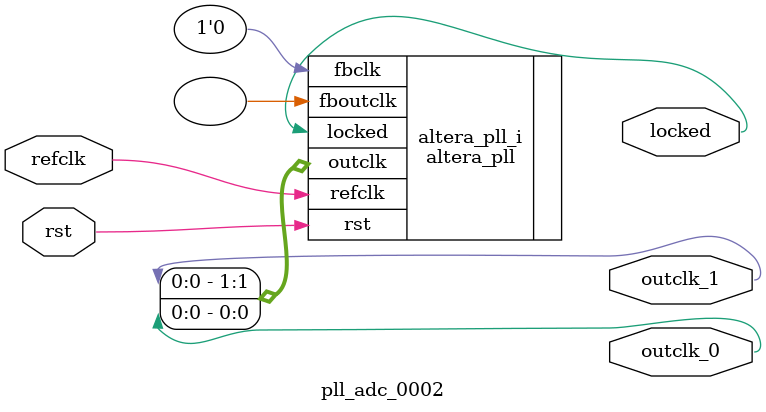
<source format=v>
`timescale 1ns/10ps
module  pll_adc_0002(

	// interface 'refclk'
	input wire refclk,

	// interface 'reset'
	input wire rst,

	// interface 'outclk0'
	output wire outclk_0,

	// interface 'outclk1'
	output wire outclk_1,

	// interface 'locked'
	output wire locked
);

	altera_pll #(
		.fractional_vco_multiplier("false"),
		.reference_clock_frequency("100.0 MHz"),
		.operation_mode("direct"),
		.number_of_clocks(2),
		.output_clock_frequency0("50.000000 MHz"),
		.phase_shift0("0 ps"),
		.duty_cycle0(50),
		.output_clock_frequency1("100.000000 MHz"),
		.phase_shift1("0 ps"),
		.duty_cycle1(50),
		.output_clock_frequency2("0 MHz"),
		.phase_shift2("0 ps"),
		.duty_cycle2(50),
		.output_clock_frequency3("0 MHz"),
		.phase_shift3("0 ps"),
		.duty_cycle3(50),
		.output_clock_frequency4("0 MHz"),
		.phase_shift4("0 ps"),
		.duty_cycle4(50),
		.output_clock_frequency5("0 MHz"),
		.phase_shift5("0 ps"),
		.duty_cycle5(50),
		.output_clock_frequency6("0 MHz"),
		.phase_shift6("0 ps"),
		.duty_cycle6(50),
		.output_clock_frequency7("0 MHz"),
		.phase_shift7("0 ps"),
		.duty_cycle7(50),
		.output_clock_frequency8("0 MHz"),
		.phase_shift8("0 ps"),
		.duty_cycle8(50),
		.output_clock_frequency9("0 MHz"),
		.phase_shift9("0 ps"),
		.duty_cycle9(50),
		.output_clock_frequency10("0 MHz"),
		.phase_shift10("0 ps"),
		.duty_cycle10(50),
		.output_clock_frequency11("0 MHz"),
		.phase_shift11("0 ps"),
		.duty_cycle11(50),
		.output_clock_frequency12("0 MHz"),
		.phase_shift12("0 ps"),
		.duty_cycle12(50),
		.output_clock_frequency13("0 MHz"),
		.phase_shift13("0 ps"),
		.duty_cycle13(50),
		.output_clock_frequency14("0 MHz"),
		.phase_shift14("0 ps"),
		.duty_cycle14(50),
		.output_clock_frequency15("0 MHz"),
		.phase_shift15("0 ps"),
		.duty_cycle15(50),
		.output_clock_frequency16("0 MHz"),
		.phase_shift16("0 ps"),
		.duty_cycle16(50),
		.output_clock_frequency17("0 MHz"),
		.phase_shift17("0 ps"),
		.duty_cycle17(50),
		.pll_type("General"),
		.pll_subtype("General")
	) altera_pll_i (
		.rst	(rst),
		.outclk	({outclk_1, outclk_0}),
		.locked	(locked),
		.fboutclk	( ),
		.fbclk	(1'b0),
		.refclk	(refclk)
	);
endmodule


</source>
